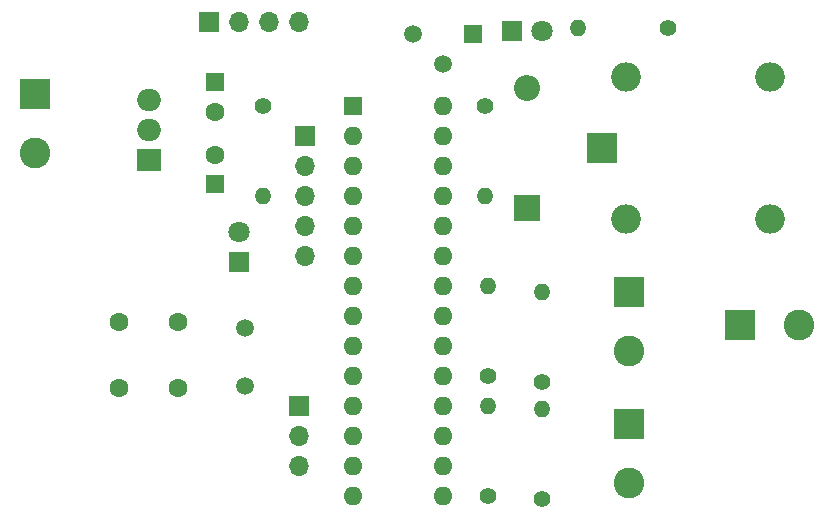
<source format=gbr>
%TF.GenerationSoftware,KiCad,Pcbnew,(5.1.12)-1*%
%TF.CreationDate,2022-04-15T18:24:28+05:30*%
%TF.ProjectId,piezo,7069657a-6f2e-46b6-9963-61645f706362,rev?*%
%TF.SameCoordinates,Original*%
%TF.FileFunction,Copper,L2,Bot*%
%TF.FilePolarity,Positive*%
%FSLAX46Y46*%
G04 Gerber Fmt 4.6, Leading zero omitted, Abs format (unit mm)*
G04 Created by KiCad (PCBNEW (5.1.12)-1) date 2022-04-15 18:24:28*
%MOMM*%
%LPD*%
G01*
G04 APERTURE LIST*
%TA.AperFunction,ComponentPad*%
%ADD10R,1.500000X1.500000*%
%TD*%
%TA.AperFunction,ComponentPad*%
%ADD11C,1.500000*%
%TD*%
%TA.AperFunction,ComponentPad*%
%ADD12C,1.600000*%
%TD*%
%TA.AperFunction,ComponentPad*%
%ADD13O,1.700000X1.700000*%
%TD*%
%TA.AperFunction,ComponentPad*%
%ADD14R,1.700000X1.700000*%
%TD*%
%TA.AperFunction,ComponentPad*%
%ADD15O,1.600000X1.600000*%
%TD*%
%TA.AperFunction,ComponentPad*%
%ADD16R,1.600000X1.600000*%
%TD*%
%TA.AperFunction,ComponentPad*%
%ADD17O,2.000000X1.905000*%
%TD*%
%TA.AperFunction,ComponentPad*%
%ADD18R,2.000000X1.905000*%
%TD*%
%TA.AperFunction,ComponentPad*%
%ADD19O,1.400000X1.400000*%
%TD*%
%TA.AperFunction,ComponentPad*%
%ADD20C,1.400000*%
%TD*%
%TA.AperFunction,ComponentPad*%
%ADD21O,2.500000X2.500000*%
%TD*%
%TA.AperFunction,ComponentPad*%
%ADD22R,2.500000X2.500000*%
%TD*%
%TA.AperFunction,ComponentPad*%
%ADD23C,2.600000*%
%TD*%
%TA.AperFunction,ComponentPad*%
%ADD24R,2.600000X2.600000*%
%TD*%
%TA.AperFunction,ComponentPad*%
%ADD25C,1.800000*%
%TD*%
%TA.AperFunction,ComponentPad*%
%ADD26R,1.800000X1.800000*%
%TD*%
%TA.AperFunction,ComponentPad*%
%ADD27O,2.200000X2.200000*%
%TD*%
%TA.AperFunction,ComponentPad*%
%ADD28R,2.200000X2.200000*%
%TD*%
G04 APERTURE END LIST*
D10*
%TO.P,Q1,1*%
%TO.N,Net-(D2-Pad2)*%
X94488000Y-76708000D03*
D11*
%TO.P,Q1,3*%
%TO.N,GND*%
X89408000Y-76708000D03*
%TO.P,Q1,2*%
%TO.N,Net-(Q1-Pad2)*%
X91948000Y-79248000D03*
%TD*%
D12*
%TO.P,C4,2*%
%TO.N,Net-(C4-Pad2)*%
X69516000Y-106680000D03*
%TO.P,C4,1*%
%TO.N,GND*%
X64516000Y-106680000D03*
%TD*%
%TO.P,C3,2*%
%TO.N,Net-(C3-Pad2)*%
X69516000Y-101092000D03*
%TO.P,C3,1*%
%TO.N,GND*%
X64516000Y-101092000D03*
%TD*%
D13*
%TO.P,J7,3*%
%TO.N,Net-(J7-Pad3)*%
X79756000Y-113284000D03*
%TO.P,J7,2*%
%TO.N,Net-(J7-Pad2)*%
X79756000Y-110744000D03*
D14*
%TO.P,J7,1*%
%TO.N,Net-(J7-Pad1)*%
X79756000Y-108204000D03*
%TD*%
D13*
%TO.P,J6,5*%
%TO.N,Net-(J6-Pad5)*%
X80264000Y-95504000D03*
%TO.P,J6,4*%
%TO.N,Net-(J6-Pad4)*%
X80264000Y-92964000D03*
%TO.P,J6,3*%
%TO.N,Net-(J6-Pad3)*%
X80264000Y-90424000D03*
%TO.P,J6,2*%
%TO.N,Net-(J6-Pad2)*%
X80264000Y-87884000D03*
D14*
%TO.P,J6,1*%
%TO.N,Net-(J6-Pad1)*%
X80264000Y-85344000D03*
%TD*%
D11*
%TO.P,Y1,2*%
%TO.N,Net-(C4-Pad2)*%
X75184000Y-106480000D03*
%TO.P,Y1,1*%
%TO.N,Net-(C3-Pad2)*%
X75184000Y-101600000D03*
%TD*%
D15*
%TO.P,U2,28*%
%TO.N,SCL*%
X91948000Y-82804000D03*
%TO.P,U2,14*%
%TO.N,N/C*%
X84328000Y-115824000D03*
%TO.P,U2,27*%
%TO.N,Sda*%
X91948000Y-85344000D03*
%TO.P,U2,13*%
%TO.N,Net-(J7-Pad3)*%
X84328000Y-113284000D03*
%TO.P,U2,26*%
%TO.N,N/C*%
X91948000Y-87884000D03*
%TO.P,U2,12*%
%TO.N,Net-(J7-Pad2)*%
X84328000Y-110744000D03*
%TO.P,U2,25*%
%TO.N,Relay_pin*%
X91948000Y-90424000D03*
%TO.P,U2,11*%
%TO.N,Net-(J7-Pad1)*%
X84328000Y-108204000D03*
%TO.P,U2,24*%
%TO.N,B_in*%
X91948000Y-92964000D03*
%TO.P,U2,10*%
%TO.N,Net-(C4-Pad2)*%
X84328000Y-105664000D03*
%TO.P,U2,23*%
%TO.N,Pin*%
X91948000Y-95504000D03*
%TO.P,U2,9*%
%TO.N,Net-(C3-Pad2)*%
X84328000Y-103124000D03*
%TO.P,U2,22*%
%TO.N,GND*%
X91948000Y-98044000D03*
%TO.P,U2,8*%
X84328000Y-100584000D03*
%TO.P,U2,21*%
%TO.N,N/C*%
X91948000Y-100584000D03*
%TO.P,U2,7*%
%TO.N,VCC*%
X84328000Y-98044000D03*
%TO.P,U2,20*%
X91948000Y-103124000D03*
%TO.P,U2,6*%
%TO.N,Net-(J6-Pad5)*%
X84328000Y-95504000D03*
%TO.P,U2,19*%
%TO.N,N/C*%
X91948000Y-105664000D03*
%TO.P,U2,5*%
%TO.N,Net-(J6-Pad4)*%
X84328000Y-92964000D03*
%TO.P,U2,18*%
%TO.N,N/C*%
X91948000Y-108204000D03*
%TO.P,U2,4*%
%TO.N,Net-(J6-Pad3)*%
X84328000Y-90424000D03*
%TO.P,U2,17*%
%TO.N,N/C*%
X91948000Y-110744000D03*
%TO.P,U2,3*%
%TO.N,Net-(J6-Pad2)*%
X84328000Y-87884000D03*
%TO.P,U2,16*%
%TO.N,N/C*%
X91948000Y-113284000D03*
%TO.P,U2,2*%
%TO.N,Net-(J6-Pad1)*%
X84328000Y-85344000D03*
%TO.P,U2,15*%
%TO.N,N/C*%
X91948000Y-115824000D03*
D16*
%TO.P,U2,1*%
X84328000Y-82804000D03*
%TD*%
D17*
%TO.P,U1,3*%
%TO.N,VCC*%
X67056000Y-82296000D03*
%TO.P,U1,2*%
%TO.N,GND*%
X67056000Y-84836000D03*
D18*
%TO.P,U1,1*%
%TO.N,+12V*%
X67056000Y-87376000D03*
%TD*%
D19*
%TO.P,R7,2*%
%TO.N,Net-(D3-Pad2)*%
X103378000Y-76200000D03*
D20*
%TO.P,R7,1*%
%TO.N,VCC*%
X110998000Y-76200000D03*
%TD*%
D19*
%TO.P,R6,2*%
%TO.N,Relay_pin*%
X95504000Y-90424000D03*
D20*
%TO.P,R6,1*%
%TO.N,Net-(Q1-Pad2)*%
X95504000Y-82804000D03*
%TD*%
D19*
%TO.P,R5,2*%
%TO.N,GND*%
X95758000Y-98044000D03*
D20*
%TO.P,R5,1*%
%TO.N,Pin*%
X95758000Y-105664000D03*
%TD*%
D19*
%TO.P,R4,2*%
%TO.N,Pin*%
X95758000Y-108204000D03*
D20*
%TO.P,R4,1*%
%TO.N,Net-(J3-Pad2)*%
X95758000Y-115824000D03*
%TD*%
D19*
%TO.P,R3,2*%
%TO.N,GND*%
X100330000Y-98552000D03*
D20*
%TO.P,R3,1*%
%TO.N,B_in*%
X100330000Y-106172000D03*
%TD*%
D19*
%TO.P,R2,2*%
%TO.N,B_in*%
X100330000Y-108458000D03*
D20*
%TO.P,R2,1*%
%TO.N,Net-(J2-Pad2)*%
X100330000Y-116078000D03*
%TD*%
D19*
%TO.P,R1,2*%
%TO.N,Net-(D1-Pad2)*%
X76708000Y-90424000D03*
D20*
%TO.P,R1,1*%
%TO.N,VCC*%
X76708000Y-82804000D03*
%TD*%
D21*
%TO.P,K1,5*%
%TO.N,VCC*%
X107410000Y-80360000D03*
%TO.P,K1,4*%
%TO.N,N/C*%
X119610000Y-80360000D03*
%TO.P,K1,3*%
%TO.N,Net-(J5-Pad2)*%
X119610000Y-92360000D03*
%TO.P,K1,2*%
%TO.N,Net-(D2-Pad2)*%
X107410000Y-92360000D03*
D22*
%TO.P,K1,1*%
%TO.N,Net-(J5-Pad1)*%
X105410000Y-86360000D03*
%TD*%
D23*
%TO.P,J5,2*%
%TO.N,Net-(J5-Pad2)*%
X122094000Y-101346000D03*
D24*
%TO.P,J5,1*%
%TO.N,Net-(J5-Pad1)*%
X117094000Y-101346000D03*
%TD*%
D13*
%TO.P,J4,4*%
%TO.N,SCL*%
X79756000Y-75692000D03*
%TO.P,J4,3*%
%TO.N,Sda*%
X77216000Y-75692000D03*
%TO.P,J4,2*%
%TO.N,GND*%
X74676000Y-75692000D03*
D14*
%TO.P,J4,1*%
%TO.N,VCC*%
X72136000Y-75692000D03*
%TD*%
D23*
%TO.P,J3,2*%
%TO.N,Net-(J3-Pad2)*%
X107696000Y-103552000D03*
D24*
%TO.P,J3,1*%
%TO.N,GND*%
X107696000Y-98552000D03*
%TD*%
D23*
%TO.P,J2,2*%
%TO.N,Net-(J2-Pad2)*%
X107696000Y-114728000D03*
D24*
%TO.P,J2,1*%
%TO.N,GND*%
X107696000Y-109728000D03*
%TD*%
D23*
%TO.P,J1,2*%
%TO.N,+12V*%
X57404000Y-86788000D03*
D24*
%TO.P,J1,1*%
%TO.N,GND*%
X57404000Y-81788000D03*
%TD*%
D25*
%TO.P,D3,2*%
%TO.N,Net-(D3-Pad2)*%
X100330000Y-76454000D03*
D26*
%TO.P,D3,1*%
%TO.N,Net-(D2-Pad2)*%
X97790000Y-76454000D03*
%TD*%
D27*
%TO.P,D2,2*%
%TO.N,Net-(D2-Pad2)*%
X99060000Y-81280000D03*
D28*
%TO.P,D2,1*%
%TO.N,VCC*%
X99060000Y-91440000D03*
%TD*%
D25*
%TO.P,D1,2*%
%TO.N,Net-(D1-Pad2)*%
X74676000Y-93472000D03*
D26*
%TO.P,D1,1*%
%TO.N,GND*%
X74676000Y-96012000D03*
%TD*%
D12*
%TO.P,C2,2*%
%TO.N,GND*%
X72644000Y-83272000D03*
D16*
%TO.P,C2,1*%
%TO.N,VCC*%
X72644000Y-80772000D03*
%TD*%
D12*
%TO.P,C1,2*%
%TO.N,GND*%
X72644000Y-86908000D03*
D16*
%TO.P,C1,1*%
%TO.N,+12V*%
X72644000Y-89408000D03*
%TD*%
M02*

</source>
